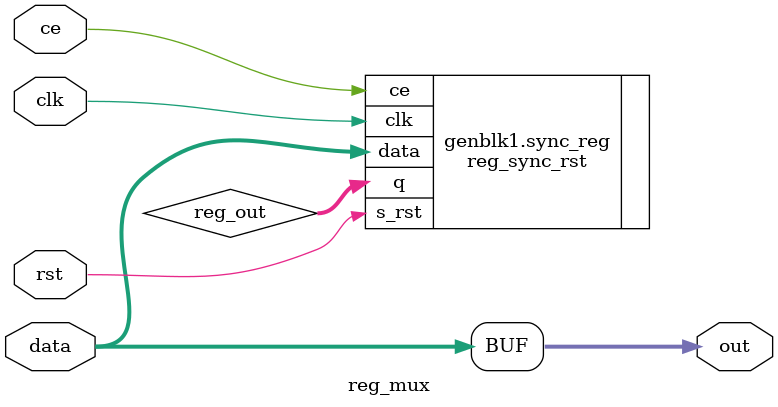
<source format=v>
module reg_mux(data,clk,rst,ce,out);
parameter N = 18;
parameter RSTTYPE = "SYNC";
parameter SEL = 0;

input [N-1:0] data;
input clk,rst,ce;
output [N-1:0] out;

wire [N-1:0] reg_out;

generate
	if(RSTTYPE == "SYNC")
		reg_sync_rst #(.N(N)) sync_reg(.data(data),.clk(clk),.ce(ce),.s_rst(rst),.q(reg_out));
	else if(RSTTYPE == "ASYNC")
		reg_async_rst #(.N(N)) async_reg(.data(data),.clk(clk),.ce(ce),.a_rst(rst),.q(reg_out));
endgenerate

assign out = SEL ? reg_out : data;

endmodule 
</source>
